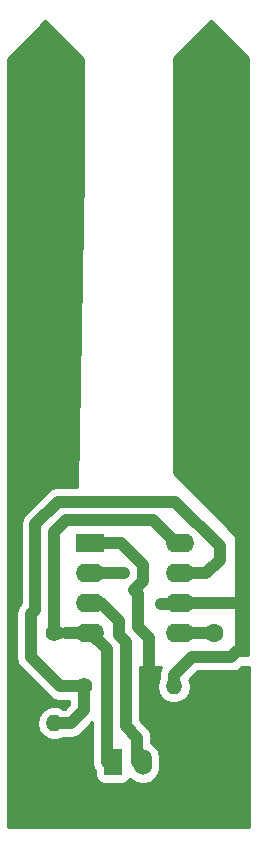
<source format=gbr>
G04 #@! TF.GenerationSoftware,KiCad,Pcbnew,5.0.0*
G04 #@! TF.CreationDate,2018-12-05T19:48:05-02:00*
G04 #@! TF.ProjectId,Soil Moisture Sensor,536F696C204D6F697374757265205365,rev?*
G04 #@! TF.SameCoordinates,PX802e2cfPY72af761*
G04 #@! TF.FileFunction,Copper,L2,Bot,Signal*
G04 #@! TF.FilePolarity,Positive*
%FSLAX46Y46*%
G04 Gerber Fmt 4.6, Leading zero omitted, Abs format (unit mm)*
G04 Created by KiCad (PCBNEW 5.0.0) date Wed Dec  5 19:48:05 2018*
%MOMM*%
%LPD*%
G01*
G04 APERTURE LIST*
G04 #@! TA.AperFunction,ComponentPad*
%ADD10R,2.400000X1.600000*%
G04 #@! TD*
G04 #@! TA.AperFunction,ComponentPad*
%ADD11O,2.400000X1.600000*%
G04 #@! TD*
G04 #@! TA.AperFunction,ComponentPad*
%ADD12O,1.524000X2.197100*%
G04 #@! TD*
G04 #@! TA.AperFunction,ComponentPad*
%ADD13R,1.524000X2.197100*%
G04 #@! TD*
G04 #@! TA.AperFunction,ComponentPad*
%ADD14C,1.600000*%
G04 #@! TD*
G04 #@! TA.AperFunction,ComponentPad*
%ADD15O,1.400000X1.400000*%
G04 #@! TD*
G04 #@! TA.AperFunction,ComponentPad*
%ADD16C,1.400000*%
G04 #@! TD*
G04 #@! TA.AperFunction,ViaPad*
%ADD17C,1.000000*%
G04 #@! TD*
G04 #@! TA.AperFunction,Conductor*
%ADD18C,1.000000*%
G04 #@! TD*
G04 #@! TA.AperFunction,Conductor*
%ADD19C,0.254000*%
G04 #@! TD*
G04 APERTURE END LIST*
D10*
G04 #@! TO.P,U1,1*
G04 #@! TO.N,GND*
X7310000Y24400000D03*
D11*
G04 #@! TO.P,U1,5*
G04 #@! TO.N,Net-(C1-Pad2)*
X14930000Y16780000D03*
G04 #@! TO.P,U1,2*
G04 #@! TO.N,SENS1*
X7310000Y21860000D03*
G04 #@! TO.P,U1,6*
X14930000Y19320000D03*
G04 #@! TO.P,U1,3*
G04 #@! TO.N,SGN*
X7310000Y19320000D03*
G04 #@! TO.P,U1,7*
G04 #@! TO.N,Net-(R1-Pad1)*
X14930000Y21860000D03*
G04 #@! TO.P,U1,4*
G04 #@! TO.N,+5V*
X7310000Y16780000D03*
G04 #@! TO.P,U1,8*
X14930000Y24400000D03*
G04 #@! TD*
D12*
G04 #@! TO.P,P1,3*
G04 #@! TO.N,GND*
X14290000Y5826200D03*
D13*
G04 #@! TO.P,P1,1*
G04 #@! TO.N,+5V*
X9210000Y5826200D03*
D12*
G04 #@! TO.P,P1,2*
G04 #@! TO.N,SGN*
X11750000Y5826200D03*
G04 #@! TD*
D14*
G04 #@! TO.P,C1,1*
G04 #@! TO.N,GND*
X17750000Y11750000D03*
G04 #@! TO.P,C1,2*
G04 #@! TO.N,Net-(C1-Pad2)*
X17750000Y16750000D03*
G04 #@! TD*
D15*
G04 #@! TO.P,R1,2*
G04 #@! TO.N,SENS1*
X14370000Y12250000D03*
D16*
G04 #@! TO.P,R1,1*
G04 #@! TO.N,Net-(R1-Pad1)*
X6750000Y12250000D03*
G04 #@! TD*
G04 #@! TO.P,R2,1*
G04 #@! TO.N,+5V*
X4250000Y16750000D03*
D15*
G04 #@! TO.P,R2,2*
G04 #@! TO.N,Net-(R1-Pad1)*
X4250000Y9130000D03*
G04 #@! TD*
D17*
G04 #@! TO.N,SENS1*
X10190000Y21860000D03*
X13250000Y19250000D03*
G04 #@! TD*
D18*
G04 #@! TO.N,GND*
X13790000Y7790000D02*
X17750000Y11750000D01*
X13790000Y5826200D02*
X13790000Y7790000D01*
X12250000Y10750000D02*
X13790000Y9210000D01*
X9912755Y24400000D02*
X11790010Y22522745D01*
X13790000Y9210000D02*
X13790000Y7790000D01*
X11790010Y22522745D02*
X11790010Y21197255D01*
X12250000Y16372981D02*
X12250000Y10750000D01*
X11350010Y17272971D02*
X12250000Y16372981D01*
X7310000Y24400000D02*
X9912755Y24400000D01*
X11350010Y20117213D02*
X11350010Y17272971D01*
X11790010Y21197255D02*
X11029989Y20437234D01*
X11029989Y20437234D02*
X11350010Y20117213D01*
G04 #@! TO.N,Net-(C1-Pad2)*
X14960000Y16750000D02*
X14930000Y16780000D01*
X17750000Y16750000D02*
X14960000Y16750000D01*
G04 #@! TO.N,+5V*
X4780000Y16780000D02*
X4750000Y16750000D01*
X5280000Y16780000D02*
X5250000Y16750000D01*
X7310000Y16780000D02*
X5280000Y16780000D01*
X8710000Y15380000D02*
X7310000Y16780000D01*
X8710000Y5826200D02*
X8710000Y15380000D01*
X4250000Y25320002D02*
X4250000Y17739949D01*
X5229999Y26300001D02*
X4250000Y25320002D01*
X4250000Y17739949D02*
X4250000Y16750000D01*
X12629999Y26300001D02*
X5229999Y26300001D01*
X14530000Y24400000D02*
X12629999Y26300001D01*
X14930000Y24400000D02*
X14530000Y24400000D01*
G04 #@! TO.N,SGN*
X11250000Y7924750D02*
X10310010Y8864740D01*
X11250000Y5826200D02*
X11250000Y7924750D01*
X7310000Y19320000D02*
X8180000Y19320000D01*
X8180000Y19320000D02*
X9750000Y17750000D01*
X10310010Y16042745D02*
X10310010Y8864740D01*
X9750000Y16602755D02*
X10310010Y16042745D01*
X9750000Y17750000D02*
X9750000Y16602755D01*
G04 #@! TO.N,SENS1*
X10190000Y21860000D02*
X9510000Y21860000D01*
X9510000Y21860000D02*
X7310000Y21860000D01*
X14860000Y19250000D02*
X14930000Y19320000D01*
X13250000Y19250000D02*
X14860000Y19250000D01*
X14370000Y13239949D02*
X15880051Y14750000D01*
X14370000Y12250000D02*
X14370000Y13239949D01*
X15880051Y14750000D02*
X19250000Y14750000D01*
X19250000Y14750000D02*
X19750000Y15250000D01*
X17992002Y19320000D02*
X14930000Y19320000D01*
X19824990Y19315010D02*
X19820000Y19320000D01*
X19820000Y19320000D02*
X17992002Y19320000D01*
G04 #@! TO.N,Net-(R1-Pad1)*
X4250000Y9130000D02*
X5630000Y9130000D01*
X6750000Y10250000D02*
X6750000Y12250000D01*
X5630000Y9130000D02*
X6750000Y10250000D01*
X4750000Y12250000D02*
X6750000Y12250000D01*
X2649990Y25982747D02*
X2649990Y18750000D01*
X2649990Y18750000D02*
X2250000Y18350010D01*
X17130000Y21860000D02*
X18250000Y22980000D01*
X2250000Y18350010D02*
X2250000Y14750000D01*
X14930000Y21860000D02*
X17130000Y21860000D01*
X2250000Y14750000D02*
X4750000Y12250000D01*
X18250000Y22980000D02*
X18250000Y24167019D01*
X18250000Y24167019D02*
X14517008Y27900011D01*
X4567254Y27900011D02*
X2649990Y25982747D01*
X14517008Y27900011D02*
X4567254Y27900011D01*
G04 #@! TD*
D19*
G04 #@! TO.N,SENS1*
G36*
X20623000Y65447394D02*
X20623000Y14877000D01*
X19627000Y14877000D01*
X19627000Y25000000D01*
X19617333Y25048601D01*
X19589803Y25089803D01*
X14377000Y30302606D01*
X14377000Y65447394D01*
X17500000Y68570394D01*
X20623000Y65447394D01*
X20623000Y65447394D01*
G37*
X20623000Y65447394D02*
X20623000Y14877000D01*
X19627000Y14877000D01*
X19627000Y25000000D01*
X19617333Y25048601D01*
X19589803Y25089803D01*
X14377000Y30302606D01*
X14377000Y65447394D01*
X17500000Y68570394D01*
X20623000Y65447394D01*
G04 #@! TO.N,GND*
G36*
X6698000Y65374908D02*
X6698000Y55876175D01*
X6211652Y29127011D01*
X4688097Y29127011D01*
X4567254Y29151048D01*
X4446411Y29127011D01*
X4446407Y29127011D01*
X4088502Y29055819D01*
X3682637Y28784628D01*
X3614184Y28682181D01*
X1867823Y26935819D01*
X1765373Y26867364D01*
X1494182Y26461498D01*
X1422990Y26103593D01*
X1422990Y26103590D01*
X1398953Y25982747D01*
X1422990Y25861904D01*
X1422991Y19273119D01*
X1365383Y19234627D01*
X1094192Y18828761D01*
X1023000Y18470856D01*
X1023000Y18470853D01*
X998963Y18350010D01*
X1023000Y18229167D01*
X1023001Y14870847D01*
X998963Y14750000D01*
X1094192Y14271250D01*
X1296929Y13967832D01*
X1296930Y13967831D01*
X1365384Y13865383D01*
X1467831Y13796930D01*
X3796930Y11467830D01*
X3865383Y11365383D01*
X4271248Y11094192D01*
X4629153Y11023000D01*
X4629157Y11023000D01*
X4750000Y10998963D01*
X4870843Y11023000D01*
X5523000Y11023000D01*
X5523000Y10758240D01*
X5121761Y10357000D01*
X4982196Y10357000D01*
X4806788Y10474204D01*
X4390544Y10557000D01*
X4109456Y10557000D01*
X3693212Y10474204D01*
X3221191Y10158809D01*
X2905796Y9686788D01*
X2795044Y9130000D01*
X2905796Y8573212D01*
X3221191Y8101191D01*
X3693212Y7785796D01*
X4109456Y7703000D01*
X4390544Y7703000D01*
X4806788Y7785796D01*
X4982196Y7903000D01*
X5509157Y7903000D01*
X5630000Y7878963D01*
X5750843Y7903000D01*
X5750847Y7903000D01*
X6108752Y7974192D01*
X6514617Y8245383D01*
X6583072Y8347833D01*
X7483000Y9247761D01*
X7483000Y5705354D01*
X7554192Y5347449D01*
X7706758Y5119118D01*
X7706758Y4727650D01*
X7763182Y4443989D01*
X7923863Y4203513D01*
X8164339Y4042832D01*
X8448000Y3986408D01*
X9972000Y3986408D01*
X10255661Y4042832D01*
X10496137Y4203513D01*
X10656818Y4443989D01*
X10657062Y4445218D01*
X10676491Y4416141D01*
X11169022Y4087043D01*
X11750000Y3971479D01*
X12330979Y4087043D01*
X12823509Y4416141D01*
X13152607Y4908671D01*
X13239000Y5342999D01*
X13239000Y6309402D01*
X13152607Y6743729D01*
X12823509Y7236259D01*
X12477000Y7467788D01*
X12477000Y7803907D01*
X12501037Y7924750D01*
X12477000Y8045593D01*
X12477000Y8045597D01*
X12405808Y8403502D01*
X12335698Y8508429D01*
X12203072Y8706919D01*
X12203068Y8706923D01*
X12134617Y8809367D01*
X12032172Y8877819D01*
X11537010Y9372980D01*
X11537010Y13873000D01*
X13317292Y13873000D01*
X13214192Y13718701D01*
X13143000Y13360796D01*
X13143000Y13360792D01*
X13118963Y13239949D01*
X13143000Y13119106D01*
X13143000Y12982196D01*
X13025796Y12806788D01*
X12915044Y12250000D01*
X13025796Y11693212D01*
X13341191Y11221191D01*
X13813212Y10905796D01*
X14229456Y10823000D01*
X14510544Y10823000D01*
X14926788Y10905796D01*
X15398809Y11221191D01*
X15714204Y11693212D01*
X15824956Y12250000D01*
X15714204Y12806788D01*
X15697331Y12832040D01*
X16388291Y13523000D01*
X19129157Y13523000D01*
X19250000Y13498963D01*
X19370843Y13523000D01*
X19370847Y13523000D01*
X19728752Y13594192D01*
X20134617Y13865383D01*
X20139707Y13873000D01*
X20698001Y13873000D01*
X20698001Y327000D01*
X302000Y327000D01*
X302000Y65374908D01*
X3500000Y68572908D01*
X6698000Y65374908D01*
X6698000Y65374908D01*
G37*
X6698000Y65374908D02*
X6698000Y55876175D01*
X6211652Y29127011D01*
X4688097Y29127011D01*
X4567254Y29151048D01*
X4446411Y29127011D01*
X4446407Y29127011D01*
X4088502Y29055819D01*
X3682637Y28784628D01*
X3614184Y28682181D01*
X1867823Y26935819D01*
X1765373Y26867364D01*
X1494182Y26461498D01*
X1422990Y26103593D01*
X1422990Y26103590D01*
X1398953Y25982747D01*
X1422990Y25861904D01*
X1422991Y19273119D01*
X1365383Y19234627D01*
X1094192Y18828761D01*
X1023000Y18470856D01*
X1023000Y18470853D01*
X998963Y18350010D01*
X1023000Y18229167D01*
X1023001Y14870847D01*
X998963Y14750000D01*
X1094192Y14271250D01*
X1296929Y13967832D01*
X1296930Y13967831D01*
X1365384Y13865383D01*
X1467831Y13796930D01*
X3796930Y11467830D01*
X3865383Y11365383D01*
X4271248Y11094192D01*
X4629153Y11023000D01*
X4629157Y11023000D01*
X4750000Y10998963D01*
X4870843Y11023000D01*
X5523000Y11023000D01*
X5523000Y10758240D01*
X5121761Y10357000D01*
X4982196Y10357000D01*
X4806788Y10474204D01*
X4390544Y10557000D01*
X4109456Y10557000D01*
X3693212Y10474204D01*
X3221191Y10158809D01*
X2905796Y9686788D01*
X2795044Y9130000D01*
X2905796Y8573212D01*
X3221191Y8101191D01*
X3693212Y7785796D01*
X4109456Y7703000D01*
X4390544Y7703000D01*
X4806788Y7785796D01*
X4982196Y7903000D01*
X5509157Y7903000D01*
X5630000Y7878963D01*
X5750843Y7903000D01*
X5750847Y7903000D01*
X6108752Y7974192D01*
X6514617Y8245383D01*
X6583072Y8347833D01*
X7483000Y9247761D01*
X7483000Y5705354D01*
X7554192Y5347449D01*
X7706758Y5119118D01*
X7706758Y4727650D01*
X7763182Y4443989D01*
X7923863Y4203513D01*
X8164339Y4042832D01*
X8448000Y3986408D01*
X9972000Y3986408D01*
X10255661Y4042832D01*
X10496137Y4203513D01*
X10656818Y4443989D01*
X10657062Y4445218D01*
X10676491Y4416141D01*
X11169022Y4087043D01*
X11750000Y3971479D01*
X12330979Y4087043D01*
X12823509Y4416141D01*
X13152607Y4908671D01*
X13239000Y5342999D01*
X13239000Y6309402D01*
X13152607Y6743729D01*
X12823509Y7236259D01*
X12477000Y7467788D01*
X12477000Y7803907D01*
X12501037Y7924750D01*
X12477000Y8045593D01*
X12477000Y8045597D01*
X12405808Y8403502D01*
X12335698Y8508429D01*
X12203072Y8706919D01*
X12203068Y8706923D01*
X12134617Y8809367D01*
X12032172Y8877819D01*
X11537010Y9372980D01*
X11537010Y13873000D01*
X13317292Y13873000D01*
X13214192Y13718701D01*
X13143000Y13360796D01*
X13143000Y13360792D01*
X13118963Y13239949D01*
X13143000Y13119106D01*
X13143000Y12982196D01*
X13025796Y12806788D01*
X12915044Y12250000D01*
X13025796Y11693212D01*
X13341191Y11221191D01*
X13813212Y10905796D01*
X14229456Y10823000D01*
X14510544Y10823000D01*
X14926788Y10905796D01*
X15398809Y11221191D01*
X15714204Y11693212D01*
X15824956Y12250000D01*
X15714204Y12806788D01*
X15697331Y12832040D01*
X16388291Y13523000D01*
X19129157Y13523000D01*
X19250000Y13498963D01*
X19370843Y13523000D01*
X19370847Y13523000D01*
X19728752Y13594192D01*
X20134617Y13865383D01*
X20139707Y13873000D01*
X20698001Y13873000D01*
X20698001Y327000D01*
X302000Y327000D01*
X302000Y65374908D01*
X3500000Y68572908D01*
X6698000Y65374908D01*
G04 #@! TD*
M02*

</source>
